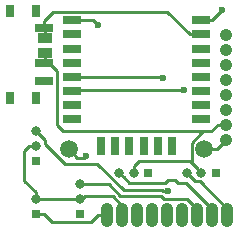
<source format=gtl>
G04 #@! TF.FileFunction,Copper,L1,Top,Signal*
%FSLAX46Y46*%
G04 Gerber Fmt 4.6, Leading zero omitted, Abs format (unit mm)*
G04 Created by KiCad (PCBNEW (2015-08-03 BZR 6047)-product) date Mon 05 Oct 2015 04:37:09 PM CEST*
%MOMM*%
G01*
G04 APERTURE LIST*
%ADD10C,0.100000*%
%ADD11R,0.800000X0.800000*%
%ADD12O,0.800000X0.800000*%
%ADD13O,1.050000X2.100000*%
%ADD14C,1.050000*%
%ADD15C,1.500000*%
%ADD16R,1.500000X0.800000*%
%ADD17R,0.800000X1.500000*%
%ADD18R,1.500000X0.700000*%
%ADD19R,0.800000X1.000000*%
%ADD20R,1.270000X0.965200*%
%ADD21C,0.600000*%
%ADD22C,0.250000*%
G04 APERTURE END LIST*
D10*
D11*
X28000000Y-34000000D03*
D12*
X28000000Y-32750000D03*
X28000000Y-31500000D03*
D11*
X31750000Y-38500000D03*
D12*
X31750000Y-37250000D03*
X31750000Y-36000000D03*
D11*
X28000000Y-38500000D03*
D12*
X28000000Y-37250000D03*
D13*
X34040000Y-38600000D03*
X44200000Y-38600000D03*
X42930000Y-38600000D03*
X41660000Y-38600000D03*
X40390000Y-38600000D03*
X39120000Y-38600000D03*
X37850000Y-38600000D03*
X36580000Y-38600000D03*
X35310000Y-38600000D03*
D11*
X37500000Y-35000000D03*
D12*
X36250000Y-35000000D03*
X35000000Y-35000000D03*
D11*
X43250000Y-35000000D03*
D12*
X42000000Y-35000000D03*
X40750000Y-35000000D03*
D14*
X44100000Y-23340000D03*
X44100000Y-24610000D03*
X44100000Y-25880000D03*
X44100000Y-27150000D03*
X44100000Y-28420000D03*
X44100000Y-29690000D03*
X44100000Y-30960000D03*
X44100000Y-32230000D03*
D15*
X30750000Y-33000000D03*
D16*
X31000000Y-30500000D03*
X31000000Y-29300000D03*
X31000000Y-28100000D03*
X31000000Y-26900000D03*
X31000000Y-25700000D03*
X31000000Y-24500000D03*
X31000000Y-23300000D03*
X31000000Y-22100000D03*
X42000000Y-22100000D03*
X42000000Y-23300000D03*
X42000000Y-24500000D03*
X42000000Y-25700000D03*
X42000000Y-26900000D03*
X42000000Y-28100000D03*
X42000000Y-29300000D03*
X42000000Y-30500000D03*
D17*
X33500000Y-32750000D03*
X34700000Y-32750000D03*
X35900000Y-32750000D03*
X37100000Y-32750000D03*
X38300000Y-32750000D03*
X39500000Y-32750000D03*
D15*
X42250000Y-33000000D03*
D18*
X28675000Y-22750000D03*
X28675000Y-25750000D03*
X28675000Y-27250000D03*
D19*
X25825000Y-21350000D03*
X25825000Y-28650000D03*
X28025000Y-28650000D03*
X28025000Y-21350000D03*
D20*
X28750000Y-24885000D03*
X28750000Y-23615000D03*
D21*
X39207354Y-36599969D03*
X32191692Y-33600392D03*
X43750000Y-21250000D03*
X33250000Y-22500000D03*
X40500000Y-28000000D03*
X38750000Y-27000000D03*
D22*
X38783090Y-36599969D02*
X39207354Y-36599969D01*
X38683115Y-36499994D02*
X38783090Y-36599969D01*
X35426992Y-36499994D02*
X38683115Y-36499994D01*
X30405706Y-34246708D02*
X33173706Y-34246708D01*
X28725001Y-32225001D02*
X28725001Y-32566003D01*
X33173706Y-34246708D02*
X35426992Y-36499994D01*
X28000000Y-31500000D02*
X28725001Y-32225001D01*
X28725001Y-32566003D02*
X30405706Y-34246708D01*
X39120000Y-38600000D02*
X39120000Y-38075000D01*
X34040000Y-38600000D02*
X33265000Y-38600000D01*
X28650000Y-38500000D02*
X28000000Y-38500000D01*
X29375001Y-39225001D02*
X28650000Y-38500000D01*
X32639999Y-39225001D02*
X29375001Y-39225001D01*
X33265000Y-38600000D02*
X32639999Y-39225001D01*
X32042085Y-33749999D02*
X32191692Y-33600392D01*
X30750000Y-33000000D02*
X31499999Y-33749999D01*
X31499999Y-33749999D02*
X32042085Y-33749999D01*
X42250000Y-33000000D02*
X43330000Y-33000000D01*
X43330000Y-33000000D02*
X44100000Y-32230000D01*
X42000000Y-22100000D02*
X42900000Y-22100000D01*
X42900000Y-22100000D02*
X43750000Y-21250000D01*
X31000000Y-22100000D02*
X32850000Y-22100000D01*
X32850000Y-22100000D02*
X33250000Y-22500000D01*
X28750000Y-24885000D02*
X28750000Y-25675000D01*
X28750000Y-25675000D02*
X28675000Y-25750000D01*
X43357538Y-30960000D02*
X44100000Y-30960000D01*
X41174999Y-34174999D02*
X41600001Y-34600001D01*
X41600001Y-34600001D02*
X42000000Y-35000000D01*
X41174999Y-32483999D02*
X41174999Y-34174999D01*
X28000000Y-37250000D02*
X28000000Y-36684315D01*
X28000000Y-36684315D02*
X27000000Y-35684315D01*
X27000000Y-33184315D02*
X27434315Y-32750000D01*
X27000000Y-35684315D02*
X27000000Y-33184315D01*
X27434315Y-32750000D02*
X28000000Y-32750000D01*
X31750000Y-37250000D02*
X28000000Y-37250000D01*
X41000000Y-34000000D02*
X36684315Y-34000000D01*
X36684315Y-34000000D02*
X36250000Y-34434315D01*
X36250000Y-34434315D02*
X36250000Y-35000000D01*
X42000000Y-35000000D02*
X41000000Y-34000000D01*
X35310000Y-38600000D02*
X35310000Y-37810000D01*
X35310000Y-37810000D02*
X34500000Y-37000000D01*
X32096574Y-37000000D02*
X31798287Y-37298287D01*
X34500000Y-37000000D02*
X32096574Y-37000000D01*
X31798287Y-37298287D02*
X31750000Y-37250000D01*
X28675000Y-25750000D02*
X29075000Y-25750000D01*
X29075000Y-25750000D02*
X29750000Y-26425000D01*
X29750000Y-26425000D02*
X29750000Y-30985002D01*
X29750000Y-30985002D02*
X30264998Y-31500000D01*
X30264998Y-31500000D02*
X41843858Y-31500000D01*
X41843858Y-31500000D02*
X42158998Y-31500000D01*
X42158998Y-31500000D02*
X42817538Y-31500000D01*
X41983999Y-31674999D02*
X42158998Y-31500000D01*
X42817538Y-31500000D02*
X43357538Y-30960000D01*
X41983999Y-31674999D02*
X41174999Y-32483999D01*
X44200000Y-38600000D02*
X44200000Y-38075000D01*
X41149999Y-35399999D02*
X40750000Y-35000000D01*
X44200000Y-38075000D02*
X41850001Y-35725001D01*
X41475001Y-35725001D02*
X41149999Y-35399999D01*
X41850001Y-35725001D02*
X41475001Y-35725001D01*
X40729999Y-35874999D02*
X40050001Y-35874999D01*
X40050001Y-35874999D02*
X39800001Y-35624999D01*
X38949999Y-35874999D02*
X35874999Y-35874999D01*
X35399999Y-35399999D02*
X35000000Y-35000000D01*
X42930000Y-38075000D02*
X40729999Y-35874999D01*
X42930000Y-38600000D02*
X42930000Y-38075000D01*
X39800001Y-35624999D02*
X39199999Y-35624999D01*
X39199999Y-35624999D02*
X38949999Y-35874999D01*
X35874999Y-35874999D02*
X35399999Y-35399999D01*
X42930000Y-38600000D02*
X42930000Y-38142905D01*
X32315685Y-36000000D02*
X31750000Y-36000000D01*
X41660000Y-38075000D02*
X40809990Y-37224990D01*
X38799988Y-37224990D02*
X38576913Y-37001915D01*
X34136410Y-36000000D02*
X32315685Y-36000000D01*
X38576913Y-37001915D02*
X35138325Y-37001915D01*
X40809990Y-37224990D02*
X38799988Y-37224990D01*
X35138325Y-37001915D02*
X34136410Y-36000000D01*
X41660000Y-38600000D02*
X41660000Y-38075000D01*
X40500000Y-28000000D02*
X31100000Y-28000000D01*
X31100000Y-28000000D02*
X31000000Y-28100000D01*
X38650000Y-26900000D02*
X38750000Y-27000000D01*
X31000000Y-26900000D02*
X38650000Y-26900000D01*
X28750000Y-23615000D02*
X28750000Y-22825000D01*
X28750000Y-22825000D02*
X28675000Y-22750000D01*
X28675000Y-22750000D02*
X28675000Y-22150000D01*
X28675000Y-22150000D02*
X29450001Y-21374999D01*
X39074999Y-21374999D02*
X41000000Y-23300000D01*
X29450001Y-21374999D02*
X39074999Y-21374999D01*
X41000000Y-23300000D02*
X42000000Y-23300000D01*
M02*

</source>
